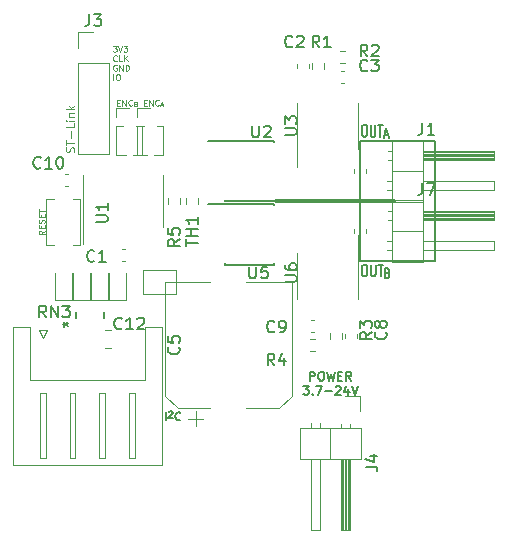
<source format=gbr>
%TF.GenerationSoftware,KiCad,Pcbnew,7.0.8*%
%TF.CreationDate,2024-06-01T15:01:04+09:00*%
%TF.ProjectId,BDCM_Driver_v1,4244434d-5f44-4726-9976-65725f76312e,rev?*%
%TF.SameCoordinates,PXaac6430PY8670810*%
%TF.FileFunction,Legend,Top*%
%TF.FilePolarity,Positive*%
%FSLAX46Y46*%
G04 Gerber Fmt 4.6, Leading zero omitted, Abs format (unit mm)*
G04 Created by KiCad (PCBNEW 7.0.8) date 2024-06-01 15:01:04*
%MOMM*%
%LPD*%
G01*
G04 APERTURE LIST*
%ADD10C,0.300000*%
%ADD11C,0.150000*%
%ADD12C,0.100000*%
%ADD13C,0.125000*%
%ADD14C,0.175000*%
%ADD15C,0.120000*%
%ADD16C,0.152400*%
G04 APERTURE END LIST*
D10*
X-9652000Y18806994D02*
X321695Y18806994D01*
D11*
X-2540000Y23876000D02*
X3810000Y23876000D01*
X3810000Y13716000D01*
X-2540000Y13716000D01*
X-2540000Y23876000D01*
X-6812143Y3593086D02*
X-6812143Y4343086D01*
X-6812143Y4343086D02*
X-6526429Y4343086D01*
X-6526429Y4343086D02*
X-6455000Y4307372D01*
X-6455000Y4307372D02*
X-6419286Y4271658D01*
X-6419286Y4271658D02*
X-6383572Y4200229D01*
X-6383572Y4200229D02*
X-6383572Y4093086D01*
X-6383572Y4093086D02*
X-6419286Y4021658D01*
X-6419286Y4021658D02*
X-6455000Y3985943D01*
X-6455000Y3985943D02*
X-6526429Y3950229D01*
X-6526429Y3950229D02*
X-6812143Y3950229D01*
X-5919286Y4343086D02*
X-5776429Y4343086D01*
X-5776429Y4343086D02*
X-5705000Y4307372D01*
X-5705000Y4307372D02*
X-5633572Y4235943D01*
X-5633572Y4235943D02*
X-5597857Y4093086D01*
X-5597857Y4093086D02*
X-5597857Y3843086D01*
X-5597857Y3843086D02*
X-5633572Y3700229D01*
X-5633572Y3700229D02*
X-5705000Y3628800D01*
X-5705000Y3628800D02*
X-5776429Y3593086D01*
X-5776429Y3593086D02*
X-5919286Y3593086D01*
X-5919286Y3593086D02*
X-5990714Y3628800D01*
X-5990714Y3628800D02*
X-6062143Y3700229D01*
X-6062143Y3700229D02*
X-6097857Y3843086D01*
X-6097857Y3843086D02*
X-6097857Y4093086D01*
X-6097857Y4093086D02*
X-6062143Y4235943D01*
X-6062143Y4235943D02*
X-5990714Y4307372D01*
X-5990714Y4307372D02*
X-5919286Y4343086D01*
X-5347858Y4343086D02*
X-5169286Y3593086D01*
X-5169286Y3593086D02*
X-5026429Y4128800D01*
X-5026429Y4128800D02*
X-4883572Y3593086D01*
X-4883572Y3593086D02*
X-4705000Y4343086D01*
X-4419286Y3985943D02*
X-4169286Y3985943D01*
X-4062143Y3593086D02*
X-4419286Y3593086D01*
X-4419286Y3593086D02*
X-4419286Y4343086D01*
X-4419286Y4343086D02*
X-4062143Y4343086D01*
X-3312144Y3593086D02*
X-3562144Y3950229D01*
X-3740715Y3593086D02*
X-3740715Y4343086D01*
X-3740715Y4343086D02*
X-3455001Y4343086D01*
X-3455001Y4343086D02*
X-3383572Y4307372D01*
X-3383572Y4307372D02*
X-3347858Y4271658D01*
X-3347858Y4271658D02*
X-3312144Y4200229D01*
X-3312144Y4200229D02*
X-3312144Y4093086D01*
X-3312144Y4093086D02*
X-3347858Y4021658D01*
X-3347858Y4021658D02*
X-3383572Y3985943D01*
X-3383572Y3985943D02*
X-3455001Y3950229D01*
X-3455001Y3950229D02*
X-3740715Y3950229D01*
X-7365715Y3135586D02*
X-6901429Y3135586D01*
X-6901429Y3135586D02*
X-7151429Y2849872D01*
X-7151429Y2849872D02*
X-7044286Y2849872D01*
X-7044286Y2849872D02*
X-6972857Y2814158D01*
X-6972857Y2814158D02*
X-6937143Y2778443D01*
X-6937143Y2778443D02*
X-6901429Y2707015D01*
X-6901429Y2707015D02*
X-6901429Y2528443D01*
X-6901429Y2528443D02*
X-6937143Y2457015D01*
X-6937143Y2457015D02*
X-6972857Y2421300D01*
X-6972857Y2421300D02*
X-7044286Y2385586D01*
X-7044286Y2385586D02*
X-7258572Y2385586D01*
X-7258572Y2385586D02*
X-7330000Y2421300D01*
X-7330000Y2421300D02*
X-7365715Y2457015D01*
X-6580000Y2457015D02*
X-6544286Y2421300D01*
X-6544286Y2421300D02*
X-6580000Y2385586D01*
X-6580000Y2385586D02*
X-6615714Y2421300D01*
X-6615714Y2421300D02*
X-6580000Y2457015D01*
X-6580000Y2457015D02*
X-6580000Y2385586D01*
X-6294286Y3135586D02*
X-5794286Y3135586D01*
X-5794286Y3135586D02*
X-6115714Y2385586D01*
X-5508571Y2671300D02*
X-4937142Y2671300D01*
X-4615714Y3064158D02*
X-4580000Y3099872D01*
X-4580000Y3099872D02*
X-4508571Y3135586D01*
X-4508571Y3135586D02*
X-4330000Y3135586D01*
X-4330000Y3135586D02*
X-4258571Y3099872D01*
X-4258571Y3099872D02*
X-4222857Y3064158D01*
X-4222857Y3064158D02*
X-4187143Y2992729D01*
X-4187143Y2992729D02*
X-4187143Y2921300D01*
X-4187143Y2921300D02*
X-4222857Y2814158D01*
X-4222857Y2814158D02*
X-4651429Y2385586D01*
X-4651429Y2385586D02*
X-4187143Y2385586D01*
X-3544285Y2885586D02*
X-3544285Y2385586D01*
X-3722857Y3171300D02*
X-3901428Y2635586D01*
X-3901428Y2635586D02*
X-3437143Y2635586D01*
X-3258571Y3135586D02*
X-3008571Y2385586D01*
X-3008571Y2385586D02*
X-2758571Y3135586D01*
D12*
X-23484783Y31937391D02*
X-23175259Y31937391D01*
X-23175259Y31937391D02*
X-23341926Y31746915D01*
X-23341926Y31746915D02*
X-23270497Y31746915D01*
X-23270497Y31746915D02*
X-23222878Y31723105D01*
X-23222878Y31723105D02*
X-23199069Y31699296D01*
X-23199069Y31699296D02*
X-23175259Y31651677D01*
X-23175259Y31651677D02*
X-23175259Y31532629D01*
X-23175259Y31532629D02*
X-23199069Y31485010D01*
X-23199069Y31485010D02*
X-23222878Y31461200D01*
X-23222878Y31461200D02*
X-23270497Y31437391D01*
X-23270497Y31437391D02*
X-23413354Y31437391D01*
X-23413354Y31437391D02*
X-23460973Y31461200D01*
X-23460973Y31461200D02*
X-23484783Y31485010D01*
X-23032402Y31937391D02*
X-22865736Y31437391D01*
X-22865736Y31437391D02*
X-22699069Y31937391D01*
X-22580022Y31937391D02*
X-22270498Y31937391D01*
X-22270498Y31937391D02*
X-22437165Y31746915D01*
X-22437165Y31746915D02*
X-22365736Y31746915D01*
X-22365736Y31746915D02*
X-22318117Y31723105D01*
X-22318117Y31723105D02*
X-22294308Y31699296D01*
X-22294308Y31699296D02*
X-22270498Y31651677D01*
X-22270498Y31651677D02*
X-22270498Y31532629D01*
X-22270498Y31532629D02*
X-22294308Y31485010D01*
X-22294308Y31485010D02*
X-22318117Y31461200D01*
X-22318117Y31461200D02*
X-22365736Y31437391D01*
X-22365736Y31437391D02*
X-22508593Y31437391D01*
X-22508593Y31437391D02*
X-22556212Y31461200D01*
X-22556212Y31461200D02*
X-22580022Y31485010D01*
X-23151450Y30680010D02*
X-23175259Y30656200D01*
X-23175259Y30656200D02*
X-23246688Y30632391D01*
X-23246688Y30632391D02*
X-23294307Y30632391D01*
X-23294307Y30632391D02*
X-23365735Y30656200D01*
X-23365735Y30656200D02*
X-23413354Y30703820D01*
X-23413354Y30703820D02*
X-23437164Y30751439D01*
X-23437164Y30751439D02*
X-23460973Y30846677D01*
X-23460973Y30846677D02*
X-23460973Y30918105D01*
X-23460973Y30918105D02*
X-23437164Y31013343D01*
X-23437164Y31013343D02*
X-23413354Y31060962D01*
X-23413354Y31060962D02*
X-23365735Y31108581D01*
X-23365735Y31108581D02*
X-23294307Y31132391D01*
X-23294307Y31132391D02*
X-23246688Y31132391D01*
X-23246688Y31132391D02*
X-23175259Y31108581D01*
X-23175259Y31108581D02*
X-23151450Y31084772D01*
X-22699069Y30632391D02*
X-22937164Y30632391D01*
X-22937164Y30632391D02*
X-22937164Y31132391D01*
X-22532402Y30632391D02*
X-22532402Y31132391D01*
X-22246688Y30632391D02*
X-22460973Y30918105D01*
X-22246688Y31132391D02*
X-22532402Y30846677D01*
X-23175259Y30303581D02*
X-23222878Y30327391D01*
X-23222878Y30327391D02*
X-23294307Y30327391D01*
X-23294307Y30327391D02*
X-23365735Y30303581D01*
X-23365735Y30303581D02*
X-23413354Y30255962D01*
X-23413354Y30255962D02*
X-23437164Y30208343D01*
X-23437164Y30208343D02*
X-23460973Y30113105D01*
X-23460973Y30113105D02*
X-23460973Y30041677D01*
X-23460973Y30041677D02*
X-23437164Y29946439D01*
X-23437164Y29946439D02*
X-23413354Y29898820D01*
X-23413354Y29898820D02*
X-23365735Y29851200D01*
X-23365735Y29851200D02*
X-23294307Y29827391D01*
X-23294307Y29827391D02*
X-23246688Y29827391D01*
X-23246688Y29827391D02*
X-23175259Y29851200D01*
X-23175259Y29851200D02*
X-23151450Y29875010D01*
X-23151450Y29875010D02*
X-23151450Y30041677D01*
X-23151450Y30041677D02*
X-23246688Y30041677D01*
X-22937164Y29827391D02*
X-22937164Y30327391D01*
X-22937164Y30327391D02*
X-22651450Y29827391D01*
X-22651450Y29827391D02*
X-22651450Y30327391D01*
X-22413354Y29827391D02*
X-22413354Y30327391D01*
X-22413354Y30327391D02*
X-22294306Y30327391D01*
X-22294306Y30327391D02*
X-22222878Y30303581D01*
X-22222878Y30303581D02*
X-22175259Y30255962D01*
X-22175259Y30255962D02*
X-22151449Y30208343D01*
X-22151449Y30208343D02*
X-22127640Y30113105D01*
X-22127640Y30113105D02*
X-22127640Y30041677D01*
X-22127640Y30041677D02*
X-22151449Y29946439D01*
X-22151449Y29946439D02*
X-22175259Y29898820D01*
X-22175259Y29898820D02*
X-22222878Y29851200D01*
X-22222878Y29851200D02*
X-22294306Y29827391D01*
X-22294306Y29827391D02*
X-22413354Y29827391D01*
X-23437164Y29022391D02*
X-23437164Y29522391D01*
X-23103831Y29522391D02*
X-23008593Y29522391D01*
X-23008593Y29522391D02*
X-22960974Y29498581D01*
X-22960974Y29498581D02*
X-22913355Y29450962D01*
X-22913355Y29450962D02*
X-22889545Y29355724D01*
X-22889545Y29355724D02*
X-22889545Y29189058D01*
X-22889545Y29189058D02*
X-22913355Y29093820D01*
X-22913355Y29093820D02*
X-22960974Y29046200D01*
X-22960974Y29046200D02*
X-23008593Y29022391D01*
X-23008593Y29022391D02*
X-23103831Y29022391D01*
X-23103831Y29022391D02*
X-23151450Y29046200D01*
X-23151450Y29046200D02*
X-23199069Y29093820D01*
X-23199069Y29093820D02*
X-23222878Y29189058D01*
X-23222878Y29189058D02*
X-23222878Y29355724D01*
X-23222878Y29355724D02*
X-23199069Y29450962D01*
X-23199069Y29450962D02*
X-23151450Y29498581D01*
X-23151450Y29498581D02*
X-23103831Y29522391D01*
D13*
X-26795500Y22942001D02*
X-26762167Y23042001D01*
X-26762167Y23042001D02*
X-26762167Y23208667D01*
X-26762167Y23208667D02*
X-26795500Y23275334D01*
X-26795500Y23275334D02*
X-26828834Y23308667D01*
X-26828834Y23308667D02*
X-26895500Y23342001D01*
X-26895500Y23342001D02*
X-26962167Y23342001D01*
X-26962167Y23342001D02*
X-27028834Y23308667D01*
X-27028834Y23308667D02*
X-27062167Y23275334D01*
X-27062167Y23275334D02*
X-27095500Y23208667D01*
X-27095500Y23208667D02*
X-27128834Y23075334D01*
X-27128834Y23075334D02*
X-27162167Y23008667D01*
X-27162167Y23008667D02*
X-27195500Y22975334D01*
X-27195500Y22975334D02*
X-27262167Y22942001D01*
X-27262167Y22942001D02*
X-27328834Y22942001D01*
X-27328834Y22942001D02*
X-27395500Y22975334D01*
X-27395500Y22975334D02*
X-27428834Y23008667D01*
X-27428834Y23008667D02*
X-27462167Y23075334D01*
X-27462167Y23075334D02*
X-27462167Y23242001D01*
X-27462167Y23242001D02*
X-27428834Y23342001D01*
X-27462167Y23542001D02*
X-27462167Y23942001D01*
X-26762167Y23742001D02*
X-27462167Y23742001D01*
X-27028834Y24175334D02*
X-27028834Y24708667D01*
X-26762167Y25375334D02*
X-26762167Y25042001D01*
X-26762167Y25042001D02*
X-27462167Y25042001D01*
X-26762167Y25608668D02*
X-27228834Y25608668D01*
X-27462167Y25608668D02*
X-27428834Y25575335D01*
X-27428834Y25575335D02*
X-27395500Y25608668D01*
X-27395500Y25608668D02*
X-27428834Y25642001D01*
X-27428834Y25642001D02*
X-27462167Y25608668D01*
X-27462167Y25608668D02*
X-27395500Y25608668D01*
X-27228834Y25942001D02*
X-26762167Y25942001D01*
X-27162167Y25942001D02*
X-27195500Y25975334D01*
X-27195500Y25975334D02*
X-27228834Y26042001D01*
X-27228834Y26042001D02*
X-27228834Y26142001D01*
X-27228834Y26142001D02*
X-27195500Y26208668D01*
X-27195500Y26208668D02*
X-27128834Y26242001D01*
X-27128834Y26242001D02*
X-26762167Y26242001D01*
X-26762167Y26575334D02*
X-27462167Y26575334D01*
X-27028834Y26642001D02*
X-26762167Y26842001D01*
X-27228834Y26842001D02*
X-26962167Y26575334D01*
D12*
X-23128048Y27125296D02*
X-22961381Y27125296D01*
X-22889953Y26863391D02*
X-23128048Y26863391D01*
X-23128048Y26863391D02*
X-23128048Y27363391D01*
X-23128048Y27363391D02*
X-22889953Y27363391D01*
X-22675667Y26863391D02*
X-22675667Y27363391D01*
X-22675667Y27363391D02*
X-22389953Y26863391D01*
X-22389953Y26863391D02*
X-22389953Y27363391D01*
X-21866143Y26911010D02*
X-21889952Y26887200D01*
X-21889952Y26887200D02*
X-21961381Y26863391D01*
X-21961381Y26863391D02*
X-22009000Y26863391D01*
X-22009000Y26863391D02*
X-22080428Y26887200D01*
X-22080428Y26887200D02*
X-22128047Y26934820D01*
X-22128047Y26934820D02*
X-22151857Y26982439D01*
X-22151857Y26982439D02*
X-22175666Y27077677D01*
X-22175666Y27077677D02*
X-22175666Y27149105D01*
X-22175666Y27149105D02*
X-22151857Y27244343D01*
X-22151857Y27244343D02*
X-22128047Y27291962D01*
X-22128047Y27291962D02*
X-22080428Y27339581D01*
X-22080428Y27339581D02*
X-22009000Y27363391D01*
X-22009000Y27363391D02*
X-21961381Y27363391D01*
X-21961381Y27363391D02*
X-21889952Y27339581D01*
X-21889952Y27339581D02*
X-21866143Y27315772D01*
X-21542333Y27017677D02*
X-21485190Y26998629D01*
X-21485190Y26998629D02*
X-21466143Y26979581D01*
X-21466143Y26979581D02*
X-21447095Y26941486D01*
X-21447095Y26941486D02*
X-21447095Y26884343D01*
X-21447095Y26884343D02*
X-21466143Y26846248D01*
X-21466143Y26846248D02*
X-21485190Y26827200D01*
X-21485190Y26827200D02*
X-21523285Y26808153D01*
X-21523285Y26808153D02*
X-21675666Y26808153D01*
X-21675666Y26808153D02*
X-21675666Y27208153D01*
X-21675666Y27208153D02*
X-21542333Y27208153D01*
X-21542333Y27208153D02*
X-21504238Y27189105D01*
X-21504238Y27189105D02*
X-21485190Y27170058D01*
X-21485190Y27170058D02*
X-21466143Y27131962D01*
X-21466143Y27131962D02*
X-21466143Y27093867D01*
X-21466143Y27093867D02*
X-21485190Y27055772D01*
X-21485190Y27055772D02*
X-21504238Y27036724D01*
X-21504238Y27036724D02*
X-21542333Y27017677D01*
X-21542333Y27017677D02*
X-21675666Y27017677D01*
X-20870905Y27125296D02*
X-20704238Y27125296D01*
X-20632810Y26863391D02*
X-20870905Y26863391D01*
X-20870905Y26863391D02*
X-20870905Y27363391D01*
X-20870905Y27363391D02*
X-20632810Y27363391D01*
X-20418524Y26863391D02*
X-20418524Y27363391D01*
X-20418524Y27363391D02*
X-20132810Y26863391D01*
X-20132810Y26863391D02*
X-20132810Y27363391D01*
X-19609000Y26911010D02*
X-19632809Y26887200D01*
X-19632809Y26887200D02*
X-19704238Y26863391D01*
X-19704238Y26863391D02*
X-19751857Y26863391D01*
X-19751857Y26863391D02*
X-19823285Y26887200D01*
X-19823285Y26887200D02*
X-19870904Y26934820D01*
X-19870904Y26934820D02*
X-19894714Y26982439D01*
X-19894714Y26982439D02*
X-19918523Y27077677D01*
X-19918523Y27077677D02*
X-19918523Y27149105D01*
X-19918523Y27149105D02*
X-19894714Y27244343D01*
X-19894714Y27244343D02*
X-19870904Y27291962D01*
X-19870904Y27291962D02*
X-19823285Y27339581D01*
X-19823285Y27339581D02*
X-19751857Y27363391D01*
X-19751857Y27363391D02*
X-19704238Y27363391D01*
X-19704238Y27363391D02*
X-19632809Y27339581D01*
X-19632809Y27339581D02*
X-19609000Y27315772D01*
X-19437571Y26922439D02*
X-19247095Y26922439D01*
X-19475666Y26808153D02*
X-19342333Y27208153D01*
X-19342333Y27208153D02*
X-19209000Y26808153D01*
D14*
X-19031667Y221767D02*
X-19031667Y921767D01*
X-18758334Y931100D02*
X-18731667Y957767D01*
X-18731667Y957767D02*
X-18678334Y984434D01*
X-18678334Y984434D02*
X-18545000Y984434D01*
X-18545000Y984434D02*
X-18491667Y957767D01*
X-18491667Y957767D02*
X-18465000Y931100D01*
X-18465000Y931100D02*
X-18438334Y877767D01*
X-18438334Y877767D02*
X-18438334Y824434D01*
X-18438334Y824434D02*
X-18465000Y744434D01*
X-18465000Y744434D02*
X-18785000Y424434D01*
X-18785000Y424434D02*
X-18438334Y424434D01*
X-17765001Y288434D02*
X-17798334Y255100D01*
X-17798334Y255100D02*
X-17898334Y221767D01*
X-17898334Y221767D02*
X-17965001Y221767D01*
X-17965001Y221767D02*
X-18065001Y255100D01*
X-18065001Y255100D02*
X-18131667Y321767D01*
X-18131667Y321767D02*
X-18165001Y388434D01*
X-18165001Y388434D02*
X-18198334Y521767D01*
X-18198334Y521767D02*
X-18198334Y621767D01*
X-18198334Y621767D02*
X-18165001Y755100D01*
X-18165001Y755100D02*
X-18131667Y821767D01*
X-18131667Y821767D02*
X-18065001Y888434D01*
X-18065001Y888434D02*
X-17965001Y921767D01*
X-17965001Y921767D02*
X-17898334Y921767D01*
X-17898334Y921767D02*
X-17798334Y888434D01*
X-17798334Y888434D02*
X-17765001Y855100D01*
D11*
X-2266999Y25260181D02*
X-2133666Y25260181D01*
X-2133666Y25260181D02*
X-2066999Y25212562D01*
X-2066999Y25212562D02*
X-2000333Y25117324D01*
X-2000333Y25117324D02*
X-1966999Y24926848D01*
X-1966999Y24926848D02*
X-1966999Y24593515D01*
X-1966999Y24593515D02*
X-2000333Y24403039D01*
X-2000333Y24403039D02*
X-2066999Y24307800D01*
X-2066999Y24307800D02*
X-2133666Y24260181D01*
X-2133666Y24260181D02*
X-2266999Y24260181D01*
X-2266999Y24260181D02*
X-2333666Y24307800D01*
X-2333666Y24307800D02*
X-2400333Y24403039D01*
X-2400333Y24403039D02*
X-2433666Y24593515D01*
X-2433666Y24593515D02*
X-2433666Y24926848D01*
X-2433666Y24926848D02*
X-2400333Y25117324D01*
X-2400333Y25117324D02*
X-2333666Y25212562D01*
X-2333666Y25212562D02*
X-2266999Y25260181D01*
X-1667000Y25260181D02*
X-1667000Y24450658D01*
X-1667000Y24450658D02*
X-1633666Y24355420D01*
X-1633666Y24355420D02*
X-1600333Y24307800D01*
X-1600333Y24307800D02*
X-1533666Y24260181D01*
X-1533666Y24260181D02*
X-1400333Y24260181D01*
X-1400333Y24260181D02*
X-1333666Y24307800D01*
X-1333666Y24307800D02*
X-1300333Y24355420D01*
X-1300333Y24355420D02*
X-1267000Y24450658D01*
X-1267000Y24450658D02*
X-1267000Y25260181D01*
X-1033667Y25260181D02*
X-633667Y25260181D01*
X-833667Y24260181D02*
X-833667Y25260181D01*
X-460334Y24378277D02*
X-193667Y24378277D01*
X-513667Y24149705D02*
X-327000Y24949705D01*
X-327000Y24949705D02*
X-140334Y24149705D01*
D12*
X-29276391Y16291810D02*
X-29514486Y16125144D01*
X-29276391Y16006096D02*
X-29776391Y16006096D01*
X-29776391Y16006096D02*
X-29776391Y16196572D01*
X-29776391Y16196572D02*
X-29752581Y16244191D01*
X-29752581Y16244191D02*
X-29728772Y16268001D01*
X-29728772Y16268001D02*
X-29681153Y16291810D01*
X-29681153Y16291810D02*
X-29609724Y16291810D01*
X-29609724Y16291810D02*
X-29562105Y16268001D01*
X-29562105Y16268001D02*
X-29538296Y16244191D01*
X-29538296Y16244191D02*
X-29514486Y16196572D01*
X-29514486Y16196572D02*
X-29514486Y16006096D01*
X-29538296Y16506096D02*
X-29538296Y16672763D01*
X-29276391Y16744191D02*
X-29276391Y16506096D01*
X-29276391Y16506096D02*
X-29776391Y16506096D01*
X-29776391Y16506096D02*
X-29776391Y16744191D01*
X-29300200Y16934668D02*
X-29276391Y17006096D01*
X-29276391Y17006096D02*
X-29276391Y17125144D01*
X-29276391Y17125144D02*
X-29300200Y17172763D01*
X-29300200Y17172763D02*
X-29324010Y17196572D01*
X-29324010Y17196572D02*
X-29371629Y17220382D01*
X-29371629Y17220382D02*
X-29419248Y17220382D01*
X-29419248Y17220382D02*
X-29466867Y17196572D01*
X-29466867Y17196572D02*
X-29490677Y17172763D01*
X-29490677Y17172763D02*
X-29514486Y17125144D01*
X-29514486Y17125144D02*
X-29538296Y17029906D01*
X-29538296Y17029906D02*
X-29562105Y16982287D01*
X-29562105Y16982287D02*
X-29585915Y16958477D01*
X-29585915Y16958477D02*
X-29633534Y16934668D01*
X-29633534Y16934668D02*
X-29681153Y16934668D01*
X-29681153Y16934668D02*
X-29728772Y16958477D01*
X-29728772Y16958477D02*
X-29752581Y16982287D01*
X-29752581Y16982287D02*
X-29776391Y17029906D01*
X-29776391Y17029906D02*
X-29776391Y17148953D01*
X-29776391Y17148953D02*
X-29752581Y17220382D01*
X-29538296Y17434667D02*
X-29538296Y17601334D01*
X-29276391Y17672762D02*
X-29276391Y17434667D01*
X-29276391Y17434667D02*
X-29776391Y17434667D01*
X-29776391Y17434667D02*
X-29776391Y17672762D01*
X-29776391Y17815620D02*
X-29776391Y18101334D01*
X-29276391Y17958477D02*
X-29776391Y17958477D01*
D11*
X-2249999Y13422181D02*
X-2116666Y13422181D01*
X-2116666Y13422181D02*
X-2049999Y13374562D01*
X-2049999Y13374562D02*
X-1983333Y13279324D01*
X-1983333Y13279324D02*
X-1949999Y13088848D01*
X-1949999Y13088848D02*
X-1949999Y12755515D01*
X-1949999Y12755515D02*
X-1983333Y12565039D01*
X-1983333Y12565039D02*
X-2049999Y12469800D01*
X-2049999Y12469800D02*
X-2116666Y12422181D01*
X-2116666Y12422181D02*
X-2249999Y12422181D01*
X-2249999Y12422181D02*
X-2316666Y12469800D01*
X-2316666Y12469800D02*
X-2383333Y12565039D01*
X-2383333Y12565039D02*
X-2416666Y12755515D01*
X-2416666Y12755515D02*
X-2416666Y13088848D01*
X-2416666Y13088848D02*
X-2383333Y13279324D01*
X-2383333Y13279324D02*
X-2316666Y13374562D01*
X-2316666Y13374562D02*
X-2249999Y13422181D01*
X-1650000Y13422181D02*
X-1650000Y12612658D01*
X-1650000Y12612658D02*
X-1616666Y12517420D01*
X-1616666Y12517420D02*
X-1583333Y12469800D01*
X-1583333Y12469800D02*
X-1516666Y12422181D01*
X-1516666Y12422181D02*
X-1383333Y12422181D01*
X-1383333Y12422181D02*
X-1316666Y12469800D01*
X-1316666Y12469800D02*
X-1283333Y12517420D01*
X-1283333Y12517420D02*
X-1250000Y12612658D01*
X-1250000Y12612658D02*
X-1250000Y13422181D01*
X-1016667Y13422181D02*
X-616667Y13422181D01*
X-816667Y12422181D02*
X-816667Y13422181D01*
X-230000Y12730753D02*
X-150000Y12692658D01*
X-150000Y12692658D02*
X-123334Y12654562D01*
X-123334Y12654562D02*
X-96667Y12578372D01*
X-96667Y12578372D02*
X-96667Y12464086D01*
X-96667Y12464086D02*
X-123334Y12387896D01*
X-123334Y12387896D02*
X-150000Y12349800D01*
X-150000Y12349800D02*
X-203334Y12311705D01*
X-203334Y12311705D02*
X-416667Y12311705D01*
X-416667Y12311705D02*
X-416667Y13111705D01*
X-416667Y13111705D02*
X-230000Y13111705D01*
X-230000Y13111705D02*
X-176667Y13073610D01*
X-176667Y13073610D02*
X-150000Y13035515D01*
X-150000Y13035515D02*
X-123334Y12959324D01*
X-123334Y12959324D02*
X-123334Y12883134D01*
X-123334Y12883134D02*
X-150000Y12806943D01*
X-150000Y12806943D02*
X-176667Y12768848D01*
X-176667Y12768848D02*
X-230000Y12730753D01*
X-230000Y12730753D02*
X-416667Y12730753D01*
X-11683905Y25183181D02*
X-11683905Y24373658D01*
X-11683905Y24373658D02*
X-11636286Y24278420D01*
X-11636286Y24278420D02*
X-11588667Y24230800D01*
X-11588667Y24230800D02*
X-11493429Y24183181D01*
X-11493429Y24183181D02*
X-11302953Y24183181D01*
X-11302953Y24183181D02*
X-11207715Y24230800D01*
X-11207715Y24230800D02*
X-11160096Y24278420D01*
X-11160096Y24278420D02*
X-11112477Y24373658D01*
X-11112477Y24373658D02*
X-11112477Y25183181D01*
X-10683905Y25087943D02*
X-10636286Y25135562D01*
X-10636286Y25135562D02*
X-10541048Y25183181D01*
X-10541048Y25183181D02*
X-10302953Y25183181D01*
X-10302953Y25183181D02*
X-10207715Y25135562D01*
X-10207715Y25135562D02*
X-10160096Y25087943D01*
X-10160096Y25087943D02*
X-10112477Y24992705D01*
X-10112477Y24992705D02*
X-10112477Y24897467D01*
X-10112477Y24897467D02*
X-10160096Y24754610D01*
X-10160096Y24754610D02*
X-10731524Y24183181D01*
X-10731524Y24183181D02*
X-10112477Y24183181D01*
X-11937905Y13245181D02*
X-11937905Y12435658D01*
X-11937905Y12435658D02*
X-11890286Y12340420D01*
X-11890286Y12340420D02*
X-11842667Y12292800D01*
X-11842667Y12292800D02*
X-11747429Y12245181D01*
X-11747429Y12245181D02*
X-11556953Y12245181D01*
X-11556953Y12245181D02*
X-11461715Y12292800D01*
X-11461715Y12292800D02*
X-11414096Y12340420D01*
X-11414096Y12340420D02*
X-11366477Y12435658D01*
X-11366477Y12435658D02*
X-11366477Y13245181D01*
X-10414096Y13245181D02*
X-10890286Y13245181D01*
X-10890286Y13245181D02*
X-10937905Y12768991D01*
X-10937905Y12768991D02*
X-10890286Y12816610D01*
X-10890286Y12816610D02*
X-10795048Y12864229D01*
X-10795048Y12864229D02*
X-10556953Y12864229D01*
X-10556953Y12864229D02*
X-10461715Y12816610D01*
X-10461715Y12816610D02*
X-10414096Y12768991D01*
X-10414096Y12768991D02*
X-10366477Y12673753D01*
X-10366477Y12673753D02*
X-10366477Y12435658D01*
X-10366477Y12435658D02*
X-10414096Y12340420D01*
X-10414096Y12340420D02*
X-10461715Y12292800D01*
X-10461715Y12292800D02*
X-10556953Y12245181D01*
X-10556953Y12245181D02*
X-10795048Y12245181D01*
X-10795048Y12245181D02*
X-10890286Y12292800D01*
X-10890286Y12292800D02*
X-10937905Y12340420D01*
X-17833181Y15581334D02*
X-18309372Y15248001D01*
X-17833181Y15009906D02*
X-18833181Y15009906D01*
X-18833181Y15009906D02*
X-18833181Y15390858D01*
X-18833181Y15390858D02*
X-18785562Y15486096D01*
X-18785562Y15486096D02*
X-18737943Y15533715D01*
X-18737943Y15533715D02*
X-18642705Y15581334D01*
X-18642705Y15581334D02*
X-18499848Y15581334D01*
X-18499848Y15581334D02*
X-18404610Y15533715D01*
X-18404610Y15533715D02*
X-18356991Y15486096D01*
X-18356991Y15486096D02*
X-18309372Y15390858D01*
X-18309372Y15390858D02*
X-18309372Y15009906D01*
X-18833181Y16486096D02*
X-18833181Y16009906D01*
X-18833181Y16009906D02*
X-18356991Y15962287D01*
X-18356991Y15962287D02*
X-18404610Y16009906D01*
X-18404610Y16009906D02*
X-18452229Y16105144D01*
X-18452229Y16105144D02*
X-18452229Y16343239D01*
X-18452229Y16343239D02*
X-18404610Y16438477D01*
X-18404610Y16438477D02*
X-18356991Y16486096D01*
X-18356991Y16486096D02*
X-18261753Y16533715D01*
X-18261753Y16533715D02*
X-18023658Y16533715D01*
X-18023658Y16533715D02*
X-17928420Y16486096D01*
X-17928420Y16486096D02*
X-17880800Y16438477D01*
X-17880800Y16438477D02*
X-17833181Y16343239D01*
X-17833181Y16343239D02*
X-17833181Y16105144D01*
X-17833181Y16105144D02*
X-17880800Y16009906D01*
X-17880800Y16009906D02*
X-17928420Y15962287D01*
X-9818667Y4879181D02*
X-10152000Y5355372D01*
X-10390095Y4879181D02*
X-10390095Y5879181D01*
X-10390095Y5879181D02*
X-10009143Y5879181D01*
X-10009143Y5879181D02*
X-9913905Y5831562D01*
X-9913905Y5831562D02*
X-9866286Y5783943D01*
X-9866286Y5783943D02*
X-9818667Y5688705D01*
X-9818667Y5688705D02*
X-9818667Y5545848D01*
X-9818667Y5545848D02*
X-9866286Y5450610D01*
X-9866286Y5450610D02*
X-9913905Y5402991D01*
X-9913905Y5402991D02*
X-10009143Y5355372D01*
X-10009143Y5355372D02*
X-10390095Y5355372D01*
X-8961524Y5545848D02*
X-8961524Y4879181D01*
X-9199619Y5926800D02*
X-9437714Y5212515D01*
X-9437714Y5212515D02*
X-8818667Y5212515D01*
X-17309181Y14970287D02*
X-17309181Y15541715D01*
X-16309181Y15256001D02*
X-17309181Y15256001D01*
X-16309181Y15875049D02*
X-17309181Y15875049D01*
X-16832991Y15875049D02*
X-16832991Y16446477D01*
X-16309181Y16446477D02*
X-17309181Y16446477D01*
X-16309181Y17446477D02*
X-16309181Y16875049D01*
X-16309181Y17160763D02*
X-17309181Y17160763D01*
X-17309181Y17160763D02*
X-17166324Y17065525D01*
X-17166324Y17065525D02*
X-17071086Y16970287D01*
X-17071086Y16970287D02*
X-17023467Y16875049D01*
X-24929181Y17018096D02*
X-24119658Y17018096D01*
X-24119658Y17018096D02*
X-24024420Y17065715D01*
X-24024420Y17065715D02*
X-23976800Y17113334D01*
X-23976800Y17113334D02*
X-23929181Y17208572D01*
X-23929181Y17208572D02*
X-23929181Y17399048D01*
X-23929181Y17399048D02*
X-23976800Y17494286D01*
X-23976800Y17494286D02*
X-24024420Y17541905D01*
X-24024420Y17541905D02*
X-24119658Y17589524D01*
X-24119658Y17589524D02*
X-24929181Y17589524D01*
X-23929181Y18589524D02*
X-23929181Y18018096D01*
X-23929181Y18303810D02*
X-24929181Y18303810D01*
X-24929181Y18303810D02*
X-24786324Y18208572D01*
X-24786324Y18208572D02*
X-24691086Y18113334D01*
X-24691086Y18113334D02*
X-24643467Y18018096D01*
X-2085181Y-3702333D02*
X-1370896Y-3702333D01*
X-1370896Y-3702333D02*
X-1228039Y-3749952D01*
X-1228039Y-3749952D02*
X-1132800Y-3845190D01*
X-1132800Y-3845190D02*
X-1085181Y-3988047D01*
X-1085181Y-3988047D02*
X-1085181Y-4083285D01*
X-1751848Y-2797571D02*
X-1085181Y-2797571D01*
X-2132800Y-3035666D02*
X-1418515Y-3273761D01*
X-1418515Y-3273761D02*
X-1418515Y-2654714D01*
X-22740858Y8022420D02*
X-22788477Y7974800D01*
X-22788477Y7974800D02*
X-22931334Y7927181D01*
X-22931334Y7927181D02*
X-23026572Y7927181D01*
X-23026572Y7927181D02*
X-23169429Y7974800D01*
X-23169429Y7974800D02*
X-23264667Y8070039D01*
X-23264667Y8070039D02*
X-23312286Y8165277D01*
X-23312286Y8165277D02*
X-23359905Y8355753D01*
X-23359905Y8355753D02*
X-23359905Y8498610D01*
X-23359905Y8498610D02*
X-23312286Y8689086D01*
X-23312286Y8689086D02*
X-23264667Y8784324D01*
X-23264667Y8784324D02*
X-23169429Y8879562D01*
X-23169429Y8879562D02*
X-23026572Y8927181D01*
X-23026572Y8927181D02*
X-22931334Y8927181D01*
X-22931334Y8927181D02*
X-22788477Y8879562D01*
X-22788477Y8879562D02*
X-22740858Y8831943D01*
X-21788477Y7927181D02*
X-22359905Y7927181D01*
X-22074191Y7927181D02*
X-22074191Y8927181D01*
X-22074191Y8927181D02*
X-22169429Y8784324D01*
X-22169429Y8784324D02*
X-22264667Y8689086D01*
X-22264667Y8689086D02*
X-22359905Y8641467D01*
X-21407524Y8831943D02*
X-21359905Y8879562D01*
X-21359905Y8879562D02*
X-21264667Y8927181D01*
X-21264667Y8927181D02*
X-21026572Y8927181D01*
X-21026572Y8927181D02*
X-20931334Y8879562D01*
X-20931334Y8879562D02*
X-20883715Y8831943D01*
X-20883715Y8831943D02*
X-20836096Y8736705D01*
X-20836096Y8736705D02*
X-20836096Y8641467D01*
X-20836096Y8641467D02*
X-20883715Y8498610D01*
X-20883715Y8498610D02*
X-21455143Y7927181D01*
X-21455143Y7927181D02*
X-20836096Y7927181D01*
X-8927181Y11938096D02*
X-8117658Y11938096D01*
X-8117658Y11938096D02*
X-8022420Y11985715D01*
X-8022420Y11985715D02*
X-7974800Y12033334D01*
X-7974800Y12033334D02*
X-7927181Y12128572D01*
X-7927181Y12128572D02*
X-7927181Y12319048D01*
X-7927181Y12319048D02*
X-7974800Y12414286D01*
X-7974800Y12414286D02*
X-8022420Y12461905D01*
X-8022420Y12461905D02*
X-8117658Y12509524D01*
X-8117658Y12509524D02*
X-8927181Y12509524D01*
X-8927181Y13414286D02*
X-8927181Y13223810D01*
X-8927181Y13223810D02*
X-8879562Y13128572D01*
X-8879562Y13128572D02*
X-8831943Y13080953D01*
X-8831943Y13080953D02*
X-8689086Y12985715D01*
X-8689086Y12985715D02*
X-8498610Y12938096D01*
X-8498610Y12938096D02*
X-8117658Y12938096D01*
X-8117658Y12938096D02*
X-8022420Y12985715D01*
X-8022420Y12985715D02*
X-7974800Y13033334D01*
X-7974800Y13033334D02*
X-7927181Y13128572D01*
X-7927181Y13128572D02*
X-7927181Y13319048D01*
X-7927181Y13319048D02*
X-7974800Y13414286D01*
X-7974800Y13414286D02*
X-8022420Y13461905D01*
X-8022420Y13461905D02*
X-8117658Y13509524D01*
X-8117658Y13509524D02*
X-8355753Y13509524D01*
X-8355753Y13509524D02*
X-8450991Y13461905D01*
X-8450991Y13461905D02*
X-8498610Y13414286D01*
X-8498610Y13414286D02*
X-8546229Y13319048D01*
X-8546229Y13319048D02*
X-8546229Y13128572D01*
X-8546229Y13128572D02*
X-8498610Y13033334D01*
X-8498610Y13033334D02*
X-8450991Y12985715D01*
X-8450991Y12985715D02*
X-8355753Y12938096D01*
X-8927181Y24384096D02*
X-8117658Y24384096D01*
X-8117658Y24384096D02*
X-8022420Y24431715D01*
X-8022420Y24431715D02*
X-7974800Y24479334D01*
X-7974800Y24479334D02*
X-7927181Y24574572D01*
X-7927181Y24574572D02*
X-7927181Y24765048D01*
X-7927181Y24765048D02*
X-7974800Y24860286D01*
X-7974800Y24860286D02*
X-8022420Y24907905D01*
X-8022420Y24907905D02*
X-8117658Y24955524D01*
X-8117658Y24955524D02*
X-8927181Y24955524D01*
X-8927181Y25336477D02*
X-8927181Y25955524D01*
X-8927181Y25955524D02*
X-8546229Y25622191D01*
X-8546229Y25622191D02*
X-8546229Y25765048D01*
X-8546229Y25765048D02*
X-8498610Y25860286D01*
X-8498610Y25860286D02*
X-8450991Y25907905D01*
X-8450991Y25907905D02*
X-8355753Y25955524D01*
X-8355753Y25955524D02*
X-8117658Y25955524D01*
X-8117658Y25955524D02*
X-8022420Y25907905D01*
X-8022420Y25907905D02*
X-7974800Y25860286D01*
X-7974800Y25860286D02*
X-7927181Y25765048D01*
X-7927181Y25765048D02*
X-7927181Y25479334D01*
X-7927181Y25479334D02*
X-7974800Y25384096D01*
X-7974800Y25384096D02*
X-8022420Y25336477D01*
X-17928420Y6437334D02*
X-17880800Y6389715D01*
X-17880800Y6389715D02*
X-17833181Y6246858D01*
X-17833181Y6246858D02*
X-17833181Y6151620D01*
X-17833181Y6151620D02*
X-17880800Y6008763D01*
X-17880800Y6008763D02*
X-17976039Y5913525D01*
X-17976039Y5913525D02*
X-18071277Y5865906D01*
X-18071277Y5865906D02*
X-18261753Y5818287D01*
X-18261753Y5818287D02*
X-18404610Y5818287D01*
X-18404610Y5818287D02*
X-18595086Y5865906D01*
X-18595086Y5865906D02*
X-18690324Y5913525D01*
X-18690324Y5913525D02*
X-18785562Y6008763D01*
X-18785562Y6008763D02*
X-18833181Y6151620D01*
X-18833181Y6151620D02*
X-18833181Y6246858D01*
X-18833181Y6246858D02*
X-18785562Y6389715D01*
X-18785562Y6389715D02*
X-18737943Y6437334D01*
X-18833181Y7342096D02*
X-18833181Y6865906D01*
X-18833181Y6865906D02*
X-18356991Y6818287D01*
X-18356991Y6818287D02*
X-18404610Y6865906D01*
X-18404610Y6865906D02*
X-18452229Y6961144D01*
X-18452229Y6961144D02*
X-18452229Y7199239D01*
X-18452229Y7199239D02*
X-18404610Y7294477D01*
X-18404610Y7294477D02*
X-18356991Y7342096D01*
X-18356991Y7342096D02*
X-18261753Y7389715D01*
X-18261753Y7389715D02*
X-18023658Y7389715D01*
X-18023658Y7389715D02*
X-17928420Y7342096D01*
X-17928420Y7342096D02*
X-17880800Y7294477D01*
X-17880800Y7294477D02*
X-17833181Y7199239D01*
X-17833181Y7199239D02*
X-17833181Y6961144D01*
X-17833181Y6961144D02*
X-17880800Y6865906D01*
X-17880800Y6865906D02*
X-17928420Y6818287D01*
X-8294667Y31898420D02*
X-8342286Y31850800D01*
X-8342286Y31850800D02*
X-8485143Y31803181D01*
X-8485143Y31803181D02*
X-8580381Y31803181D01*
X-8580381Y31803181D02*
X-8723238Y31850800D01*
X-8723238Y31850800D02*
X-8818476Y31946039D01*
X-8818476Y31946039D02*
X-8866095Y32041277D01*
X-8866095Y32041277D02*
X-8913714Y32231753D01*
X-8913714Y32231753D02*
X-8913714Y32374610D01*
X-8913714Y32374610D02*
X-8866095Y32565086D01*
X-8866095Y32565086D02*
X-8818476Y32660324D01*
X-8818476Y32660324D02*
X-8723238Y32755562D01*
X-8723238Y32755562D02*
X-8580381Y32803181D01*
X-8580381Y32803181D02*
X-8485143Y32803181D01*
X-8485143Y32803181D02*
X-8342286Y32755562D01*
X-8342286Y32755562D02*
X-8294667Y32707943D01*
X-7913714Y32707943D02*
X-7866095Y32755562D01*
X-7866095Y32755562D02*
X-7770857Y32803181D01*
X-7770857Y32803181D02*
X-7532762Y32803181D01*
X-7532762Y32803181D02*
X-7437524Y32755562D01*
X-7437524Y32755562D02*
X-7389905Y32707943D01*
X-7389905Y32707943D02*
X-7342286Y32612705D01*
X-7342286Y32612705D02*
X-7342286Y32517467D01*
X-7342286Y32517467D02*
X-7389905Y32374610D01*
X-7389905Y32374610D02*
X-7961333Y31803181D01*
X-7961333Y31803181D02*
X-7342286Y31803181D01*
X2724666Y25426181D02*
X2724666Y24711896D01*
X2724666Y24711896D02*
X2677047Y24569039D01*
X2677047Y24569039D02*
X2581809Y24473800D01*
X2581809Y24473800D02*
X2438952Y24426181D01*
X2438952Y24426181D02*
X2343714Y24426181D01*
X3724666Y24426181D02*
X3153238Y24426181D01*
X3438952Y24426181D02*
X3438952Y25426181D01*
X3438952Y25426181D02*
X3343714Y25283324D01*
X3343714Y25283324D02*
X3248476Y25188086D01*
X3248476Y25188086D02*
X3153238Y25140467D01*
X2724666Y20346181D02*
X2724666Y19631896D01*
X2724666Y19631896D02*
X2677047Y19489039D01*
X2677047Y19489039D02*
X2581809Y19393800D01*
X2581809Y19393800D02*
X2438952Y19346181D01*
X2438952Y19346181D02*
X2343714Y19346181D01*
X3105619Y20346181D02*
X3772285Y20346181D01*
X3772285Y20346181D02*
X3343714Y19346181D01*
X-29598858Y21644420D02*
X-29646477Y21596800D01*
X-29646477Y21596800D02*
X-29789334Y21549181D01*
X-29789334Y21549181D02*
X-29884572Y21549181D01*
X-29884572Y21549181D02*
X-30027429Y21596800D01*
X-30027429Y21596800D02*
X-30122667Y21692039D01*
X-30122667Y21692039D02*
X-30170286Y21787277D01*
X-30170286Y21787277D02*
X-30217905Y21977753D01*
X-30217905Y21977753D02*
X-30217905Y22120610D01*
X-30217905Y22120610D02*
X-30170286Y22311086D01*
X-30170286Y22311086D02*
X-30122667Y22406324D01*
X-30122667Y22406324D02*
X-30027429Y22501562D01*
X-30027429Y22501562D02*
X-29884572Y22549181D01*
X-29884572Y22549181D02*
X-29789334Y22549181D01*
X-29789334Y22549181D02*
X-29646477Y22501562D01*
X-29646477Y22501562D02*
X-29598858Y22453943D01*
X-28646477Y21549181D02*
X-29217905Y21549181D01*
X-28932191Y21549181D02*
X-28932191Y22549181D01*
X-28932191Y22549181D02*
X-29027429Y22406324D01*
X-29027429Y22406324D02*
X-29122667Y22311086D01*
X-29122667Y22311086D02*
X-29217905Y22263467D01*
X-28027429Y22549181D02*
X-27932191Y22549181D01*
X-27932191Y22549181D02*
X-27836953Y22501562D01*
X-27836953Y22501562D02*
X-27789334Y22453943D01*
X-27789334Y22453943D02*
X-27741715Y22358705D01*
X-27741715Y22358705D02*
X-27694096Y22168229D01*
X-27694096Y22168229D02*
X-27694096Y21930134D01*
X-27694096Y21930134D02*
X-27741715Y21739658D01*
X-27741715Y21739658D02*
X-27789334Y21644420D01*
X-27789334Y21644420D02*
X-27836953Y21596800D01*
X-27836953Y21596800D02*
X-27932191Y21549181D01*
X-27932191Y21549181D02*
X-28027429Y21549181D01*
X-28027429Y21549181D02*
X-28122667Y21596800D01*
X-28122667Y21596800D02*
X-28170286Y21644420D01*
X-28170286Y21644420D02*
X-28217905Y21739658D01*
X-28217905Y21739658D02*
X-28265524Y21930134D01*
X-28265524Y21930134D02*
X-28265524Y22168229D01*
X-28265524Y22168229D02*
X-28217905Y22358705D01*
X-28217905Y22358705D02*
X-28170286Y22453943D01*
X-28170286Y22453943D02*
X-28122667Y22501562D01*
X-28122667Y22501562D02*
X-28027429Y22549181D01*
X-1944667Y29866420D02*
X-1992286Y29818800D01*
X-1992286Y29818800D02*
X-2135143Y29771181D01*
X-2135143Y29771181D02*
X-2230381Y29771181D01*
X-2230381Y29771181D02*
X-2373238Y29818800D01*
X-2373238Y29818800D02*
X-2468476Y29914039D01*
X-2468476Y29914039D02*
X-2516095Y30009277D01*
X-2516095Y30009277D02*
X-2563714Y30199753D01*
X-2563714Y30199753D02*
X-2563714Y30342610D01*
X-2563714Y30342610D02*
X-2516095Y30533086D01*
X-2516095Y30533086D02*
X-2468476Y30628324D01*
X-2468476Y30628324D02*
X-2373238Y30723562D01*
X-2373238Y30723562D02*
X-2230381Y30771181D01*
X-2230381Y30771181D02*
X-2135143Y30771181D01*
X-2135143Y30771181D02*
X-1992286Y30723562D01*
X-1992286Y30723562D02*
X-1944667Y30675943D01*
X-1611333Y30771181D02*
X-992286Y30771181D01*
X-992286Y30771181D02*
X-1325619Y30390229D01*
X-1325619Y30390229D02*
X-1182762Y30390229D01*
X-1182762Y30390229D02*
X-1087524Y30342610D01*
X-1087524Y30342610D02*
X-1039905Y30294991D01*
X-1039905Y30294991D02*
X-992286Y30199753D01*
X-992286Y30199753D02*
X-992286Y29961658D01*
X-992286Y29961658D02*
X-1039905Y29866420D01*
X-1039905Y29866420D02*
X-1087524Y29818800D01*
X-1087524Y29818800D02*
X-1182762Y29771181D01*
X-1182762Y29771181D02*
X-1468476Y29771181D01*
X-1468476Y29771181D02*
X-1563714Y29818800D01*
X-1563714Y29818800D02*
X-1611333Y29866420D01*
X-25058667Y13737420D02*
X-25106286Y13689800D01*
X-25106286Y13689800D02*
X-25249143Y13642181D01*
X-25249143Y13642181D02*
X-25344381Y13642181D01*
X-25344381Y13642181D02*
X-25487238Y13689800D01*
X-25487238Y13689800D02*
X-25582476Y13785039D01*
X-25582476Y13785039D02*
X-25630095Y13880277D01*
X-25630095Y13880277D02*
X-25677714Y14070753D01*
X-25677714Y14070753D02*
X-25677714Y14213610D01*
X-25677714Y14213610D02*
X-25630095Y14404086D01*
X-25630095Y14404086D02*
X-25582476Y14499324D01*
X-25582476Y14499324D02*
X-25487238Y14594562D01*
X-25487238Y14594562D02*
X-25344381Y14642181D01*
X-25344381Y14642181D02*
X-25249143Y14642181D01*
X-25249143Y14642181D02*
X-25106286Y14594562D01*
X-25106286Y14594562D02*
X-25058667Y14546943D01*
X-24106286Y13642181D02*
X-24677714Y13642181D01*
X-24392000Y13642181D02*
X-24392000Y14642181D01*
X-24392000Y14642181D02*
X-24487238Y14499324D01*
X-24487238Y14499324D02*
X-24582476Y14404086D01*
X-24582476Y14404086D02*
X-24677714Y14356467D01*
X-402420Y7707334D02*
X-354800Y7659715D01*
X-354800Y7659715D02*
X-307181Y7516858D01*
X-307181Y7516858D02*
X-307181Y7421620D01*
X-307181Y7421620D02*
X-354800Y7278763D01*
X-354800Y7278763D02*
X-450039Y7183525D01*
X-450039Y7183525D02*
X-545277Y7135906D01*
X-545277Y7135906D02*
X-735753Y7088287D01*
X-735753Y7088287D02*
X-878610Y7088287D01*
X-878610Y7088287D02*
X-1069086Y7135906D01*
X-1069086Y7135906D02*
X-1164324Y7183525D01*
X-1164324Y7183525D02*
X-1259562Y7278763D01*
X-1259562Y7278763D02*
X-1307181Y7421620D01*
X-1307181Y7421620D02*
X-1307181Y7516858D01*
X-1307181Y7516858D02*
X-1259562Y7659715D01*
X-1259562Y7659715D02*
X-1211943Y7707334D01*
X-878610Y8278763D02*
X-926229Y8183525D01*
X-926229Y8183525D02*
X-973848Y8135906D01*
X-973848Y8135906D02*
X-1069086Y8088287D01*
X-1069086Y8088287D02*
X-1116705Y8088287D01*
X-1116705Y8088287D02*
X-1211943Y8135906D01*
X-1211943Y8135906D02*
X-1259562Y8183525D01*
X-1259562Y8183525D02*
X-1307181Y8278763D01*
X-1307181Y8278763D02*
X-1307181Y8469239D01*
X-1307181Y8469239D02*
X-1259562Y8564477D01*
X-1259562Y8564477D02*
X-1211943Y8612096D01*
X-1211943Y8612096D02*
X-1116705Y8659715D01*
X-1116705Y8659715D02*
X-1069086Y8659715D01*
X-1069086Y8659715D02*
X-973848Y8612096D01*
X-973848Y8612096D02*
X-926229Y8564477D01*
X-926229Y8564477D02*
X-878610Y8469239D01*
X-878610Y8469239D02*
X-878610Y8278763D01*
X-878610Y8278763D02*
X-830991Y8183525D01*
X-830991Y8183525D02*
X-783372Y8135906D01*
X-783372Y8135906D02*
X-688134Y8088287D01*
X-688134Y8088287D02*
X-497658Y8088287D01*
X-497658Y8088287D02*
X-402420Y8135906D01*
X-402420Y8135906D02*
X-354800Y8183525D01*
X-354800Y8183525D02*
X-307181Y8278763D01*
X-307181Y8278763D02*
X-307181Y8469239D01*
X-307181Y8469239D02*
X-354800Y8564477D01*
X-354800Y8564477D02*
X-402420Y8612096D01*
X-402420Y8612096D02*
X-497658Y8659715D01*
X-497658Y8659715D02*
X-688134Y8659715D01*
X-688134Y8659715D02*
X-783372Y8612096D01*
X-783372Y8612096D02*
X-830991Y8564477D01*
X-830991Y8564477D02*
X-878610Y8469239D01*
X-29138477Y8943181D02*
X-29471810Y9419372D01*
X-29709905Y8943181D02*
X-29709905Y9943181D01*
X-29709905Y9943181D02*
X-29328953Y9943181D01*
X-29328953Y9943181D02*
X-29233715Y9895562D01*
X-29233715Y9895562D02*
X-29186096Y9847943D01*
X-29186096Y9847943D02*
X-29138477Y9752705D01*
X-29138477Y9752705D02*
X-29138477Y9609848D01*
X-29138477Y9609848D02*
X-29186096Y9514610D01*
X-29186096Y9514610D02*
X-29233715Y9466991D01*
X-29233715Y9466991D02*
X-29328953Y9419372D01*
X-29328953Y9419372D02*
X-29709905Y9419372D01*
X-28709905Y8943181D02*
X-28709905Y9943181D01*
X-28709905Y9943181D02*
X-28138477Y8943181D01*
X-28138477Y8943181D02*
X-28138477Y9943181D01*
X-27757524Y9943181D02*
X-27138477Y9943181D01*
X-27138477Y9943181D02*
X-27471810Y9562229D01*
X-27471810Y9562229D02*
X-27328953Y9562229D01*
X-27328953Y9562229D02*
X-27233715Y9514610D01*
X-27233715Y9514610D02*
X-27186096Y9466991D01*
X-27186096Y9466991D02*
X-27138477Y9371753D01*
X-27138477Y9371753D02*
X-27138477Y9133658D01*
X-27138477Y9133658D02*
X-27186096Y9038420D01*
X-27186096Y9038420D02*
X-27233715Y8990800D01*
X-27233715Y8990800D02*
X-27328953Y8943181D01*
X-27328953Y8943181D02*
X-27614667Y8943181D01*
X-27614667Y8943181D02*
X-27709905Y8990800D01*
X-27709905Y8990800D02*
X-27757524Y9038420D01*
X-27748581Y8356601D02*
X-27510486Y8356601D01*
X-27605724Y8118506D02*
X-27510486Y8356601D01*
X-27510486Y8356601D02*
X-27605724Y8594696D01*
X-27320010Y8213744D02*
X-27510486Y8356601D01*
X-27510486Y8356601D02*
X-27320010Y8499458D01*
X-27748581Y8356601D02*
X-27510486Y8356601D01*
X-27605724Y8118506D02*
X-27510486Y8356601D01*
X-27510486Y8356601D02*
X-27605724Y8594696D01*
X-27320010Y8213744D02*
X-27510486Y8356601D01*
X-27510486Y8356601D02*
X-27320010Y8499458D01*
X-1577181Y7707334D02*
X-2053372Y7374001D01*
X-1577181Y7135906D02*
X-2577181Y7135906D01*
X-2577181Y7135906D02*
X-2577181Y7516858D01*
X-2577181Y7516858D02*
X-2529562Y7612096D01*
X-2529562Y7612096D02*
X-2481943Y7659715D01*
X-2481943Y7659715D02*
X-2386705Y7707334D01*
X-2386705Y7707334D02*
X-2243848Y7707334D01*
X-2243848Y7707334D02*
X-2148610Y7659715D01*
X-2148610Y7659715D02*
X-2100991Y7612096D01*
X-2100991Y7612096D02*
X-2053372Y7516858D01*
X-2053372Y7516858D02*
X-2053372Y7135906D01*
X-2577181Y8040668D02*
X-2577181Y8659715D01*
X-2577181Y8659715D02*
X-2196229Y8326382D01*
X-2196229Y8326382D02*
X-2196229Y8469239D01*
X-2196229Y8469239D02*
X-2148610Y8564477D01*
X-2148610Y8564477D02*
X-2100991Y8612096D01*
X-2100991Y8612096D02*
X-2005753Y8659715D01*
X-2005753Y8659715D02*
X-1767658Y8659715D01*
X-1767658Y8659715D02*
X-1672420Y8612096D01*
X-1672420Y8612096D02*
X-1624800Y8564477D01*
X-1624800Y8564477D02*
X-1577181Y8469239D01*
X-1577181Y8469239D02*
X-1577181Y8183525D01*
X-1577181Y8183525D02*
X-1624800Y8088287D01*
X-1624800Y8088287D02*
X-1672420Y8040668D01*
X-1944667Y31041181D02*
X-2278000Y31517372D01*
X-2516095Y31041181D02*
X-2516095Y32041181D01*
X-2516095Y32041181D02*
X-2135143Y32041181D01*
X-2135143Y32041181D02*
X-2039905Y31993562D01*
X-2039905Y31993562D02*
X-1992286Y31945943D01*
X-1992286Y31945943D02*
X-1944667Y31850705D01*
X-1944667Y31850705D02*
X-1944667Y31707848D01*
X-1944667Y31707848D02*
X-1992286Y31612610D01*
X-1992286Y31612610D02*
X-2039905Y31564991D01*
X-2039905Y31564991D02*
X-2135143Y31517372D01*
X-2135143Y31517372D02*
X-2516095Y31517372D01*
X-1563714Y31945943D02*
X-1516095Y31993562D01*
X-1516095Y31993562D02*
X-1420857Y32041181D01*
X-1420857Y32041181D02*
X-1182762Y32041181D01*
X-1182762Y32041181D02*
X-1087524Y31993562D01*
X-1087524Y31993562D02*
X-1039905Y31945943D01*
X-1039905Y31945943D02*
X-992286Y31850705D01*
X-992286Y31850705D02*
X-992286Y31755467D01*
X-992286Y31755467D02*
X-1039905Y31612610D01*
X-1039905Y31612610D02*
X-1611333Y31041181D01*
X-1611333Y31041181D02*
X-992286Y31041181D01*
X-6008667Y31803181D02*
X-6342000Y32279372D01*
X-6580095Y31803181D02*
X-6580095Y32803181D01*
X-6580095Y32803181D02*
X-6199143Y32803181D01*
X-6199143Y32803181D02*
X-6103905Y32755562D01*
X-6103905Y32755562D02*
X-6056286Y32707943D01*
X-6056286Y32707943D02*
X-6008667Y32612705D01*
X-6008667Y32612705D02*
X-6008667Y32469848D01*
X-6008667Y32469848D02*
X-6056286Y32374610D01*
X-6056286Y32374610D02*
X-6103905Y32326991D01*
X-6103905Y32326991D02*
X-6199143Y32279372D01*
X-6199143Y32279372D02*
X-6580095Y32279372D01*
X-5056286Y31803181D02*
X-5627714Y31803181D01*
X-5342000Y31803181D02*
X-5342000Y32803181D01*
X-5342000Y32803181D02*
X-5437238Y32660324D01*
X-5437238Y32660324D02*
X-5532476Y32565086D01*
X-5532476Y32565086D02*
X-5627714Y32517467D01*
X-25479334Y34625181D02*
X-25479334Y33910896D01*
X-25479334Y33910896D02*
X-25526953Y33768039D01*
X-25526953Y33768039D02*
X-25622191Y33672800D01*
X-25622191Y33672800D02*
X-25765048Y33625181D01*
X-25765048Y33625181D02*
X-25860286Y33625181D01*
X-25098381Y34625181D02*
X-24479334Y34625181D01*
X-24479334Y34625181D02*
X-24812667Y34244229D01*
X-24812667Y34244229D02*
X-24669810Y34244229D01*
X-24669810Y34244229D02*
X-24574572Y34196610D01*
X-24574572Y34196610D02*
X-24526953Y34148991D01*
X-24526953Y34148991D02*
X-24479334Y34053753D01*
X-24479334Y34053753D02*
X-24479334Y33815658D01*
X-24479334Y33815658D02*
X-24526953Y33720420D01*
X-24526953Y33720420D02*
X-24574572Y33672800D01*
X-24574572Y33672800D02*
X-24669810Y33625181D01*
X-24669810Y33625181D02*
X-24955524Y33625181D01*
X-24955524Y33625181D02*
X-25050762Y33672800D01*
X-25050762Y33672800D02*
X-25098381Y33720420D01*
X-9818667Y7768420D02*
X-9866286Y7720800D01*
X-9866286Y7720800D02*
X-10009143Y7673181D01*
X-10009143Y7673181D02*
X-10104381Y7673181D01*
X-10104381Y7673181D02*
X-10247238Y7720800D01*
X-10247238Y7720800D02*
X-10342476Y7816039D01*
X-10342476Y7816039D02*
X-10390095Y7911277D01*
X-10390095Y7911277D02*
X-10437714Y8101753D01*
X-10437714Y8101753D02*
X-10437714Y8244610D01*
X-10437714Y8244610D02*
X-10390095Y8435086D01*
X-10390095Y8435086D02*
X-10342476Y8530324D01*
X-10342476Y8530324D02*
X-10247238Y8625562D01*
X-10247238Y8625562D02*
X-10104381Y8673181D01*
X-10104381Y8673181D02*
X-10009143Y8673181D01*
X-10009143Y8673181D02*
X-9866286Y8625562D01*
X-9866286Y8625562D02*
X-9818667Y8577943D01*
X-9342476Y7673181D02*
X-9152000Y7673181D01*
X-9152000Y7673181D02*
X-9056762Y7720800D01*
X-9056762Y7720800D02*
X-9009143Y7768420D01*
X-9009143Y7768420D02*
X-8913905Y7911277D01*
X-8913905Y7911277D02*
X-8866286Y8101753D01*
X-8866286Y8101753D02*
X-8866286Y8482705D01*
X-8866286Y8482705D02*
X-8913905Y8577943D01*
X-8913905Y8577943D02*
X-8961524Y8625562D01*
X-8961524Y8625562D02*
X-9056762Y8673181D01*
X-9056762Y8673181D02*
X-9247238Y8673181D01*
X-9247238Y8673181D02*
X-9342476Y8625562D01*
X-9342476Y8625562D02*
X-9390095Y8577943D01*
X-9390095Y8577943D02*
X-9437714Y8482705D01*
X-9437714Y8482705D02*
X-9437714Y8244610D01*
X-9437714Y8244610D02*
X-9390095Y8149372D01*
X-9390095Y8149372D02*
X-9342476Y8101753D01*
X-9342476Y8101753D02*
X-9247238Y8054134D01*
X-9247238Y8054134D02*
X-9056762Y8054134D01*
X-9056762Y8054134D02*
X-8961524Y8101753D01*
X-8961524Y8101753D02*
X-8913905Y8149372D01*
X-8913905Y8149372D02*
X-8866286Y8244610D01*
%TO.C,U2*%
X-14013000Y23911000D02*
X-14013000Y23861000D01*
X-14013000Y23911000D02*
X-9863000Y23911000D01*
X-14013000Y23861000D02*
X-15413000Y23861000D01*
X-14013000Y18761000D02*
X-14013000Y18906000D01*
X-14013000Y18761000D02*
X-9863000Y18761000D01*
X-9863000Y23911000D02*
X-9863000Y23766000D01*
X-9863000Y18761000D02*
X-9863000Y18906000D01*
%TO.C,U5*%
X-14013000Y18572000D02*
X-14013000Y18522000D01*
X-14013000Y18572000D02*
X-9863000Y18572000D01*
X-14013000Y18522000D02*
X-15413000Y18522000D01*
X-14013000Y13422000D02*
X-14013000Y13567000D01*
X-14013000Y13422000D02*
X-9863000Y13422000D01*
X-9863000Y18572000D02*
X-9863000Y18427000D01*
X-9863000Y13422000D02*
X-9863000Y13567000D01*
D15*
%TO.C,J2*%
X-21430000Y26673000D02*
X-20320000Y26673000D01*
X-21430000Y25913000D02*
X-21430000Y26673000D01*
X-21430000Y25153000D02*
X-21430000Y22678000D01*
X-21430000Y25153000D02*
X-20883471Y25153000D01*
X-21430000Y22678000D02*
X-20627530Y22678000D01*
X-20012470Y22678000D02*
X-19210000Y22678000D01*
X-19756529Y25153000D02*
X-19210000Y25153000D01*
X-19210000Y25153000D02*
X-19210000Y22678000D01*
%TO.C,R5*%
X-18810500Y18558742D02*
X-18810500Y19033258D01*
X-17765500Y18558742D02*
X-17765500Y19033258D01*
%TO.C,C6*%
X-2030000Y21476580D02*
X-2030000Y21195420D01*
X-3050000Y21476580D02*
X-3050000Y21195420D01*
%TO.C,R4*%
X-6366742Y6081500D02*
X-6841258Y6081500D01*
X-6366742Y7126500D02*
X-6841258Y7126500D01*
%TO.C,TH1*%
X-16241500Y19033258D02*
X-16241500Y18558742D01*
X-17286500Y19033258D02*
X-17286500Y18558742D01*
%TO.C,U1*%
X-25991000Y18796000D02*
X-25991000Y15196000D01*
X-25991000Y18796000D02*
X-25991000Y20996000D01*
X-19221000Y18796000D02*
X-19221000Y16596000D01*
X-19221000Y18796000D02*
X-19221000Y20996000D01*
%TO.C,D5*%
X-28421000Y10453000D02*
X-26951000Y10453000D01*
X-26951000Y10453000D02*
X-26951000Y12738000D01*
X-28421000Y12738000D02*
X-28421000Y10453000D01*
%TO.C,J4*%
X-2540000Y2286000D02*
X-2540000Y1016000D01*
X-3810000Y2286000D02*
X-2540000Y2286000D01*
X-5970000Y-26929D02*
X-5970000Y-424000D01*
X-6730000Y-26929D02*
X-6730000Y-424000D01*
X-3430000Y-94000D02*
X-3430000Y-424000D01*
X-4190000Y-94000D02*
X-4190000Y-424000D01*
X-2480000Y-424000D02*
X-7680000Y-424000D01*
X-5080000Y-424000D02*
X-5080000Y-3084000D01*
X-7680000Y-424000D02*
X-7680000Y-3084000D01*
X-2480000Y-3084000D02*
X-2480000Y-424000D01*
X-3430000Y-3084000D02*
X-3430000Y-9084000D01*
X-3490000Y-3084000D02*
X-3490000Y-9084000D01*
X-3610000Y-3084000D02*
X-3610000Y-9084000D01*
X-3730000Y-3084000D02*
X-3730000Y-9084000D01*
X-3850000Y-3084000D02*
X-3850000Y-9084000D01*
X-3970000Y-3084000D02*
X-3970000Y-9084000D01*
X-4090000Y-3084000D02*
X-4090000Y-9084000D01*
X-5970000Y-3084000D02*
X-5970000Y-9084000D01*
X-7680000Y-3084000D02*
X-2480000Y-3084000D01*
X-3430000Y-9084000D02*
X-4190000Y-9084000D01*
X-4190000Y-9084000D02*
X-4190000Y-3084000D01*
X-5970000Y-9084000D02*
X-6730000Y-9084000D01*
X-6730000Y-9084000D02*
X-6730000Y-3084000D01*
%TO.C,D2*%
X-23849000Y10453000D02*
X-22379000Y10453000D01*
X-22379000Y10453000D02*
X-22379000Y12738000D01*
X-23849000Y12738000D02*
X-23849000Y10453000D01*
%TO.C,C12*%
X-24137252Y7847000D02*
X-23614748Y7847000D01*
X-24137252Y6377000D02*
X-23614748Y6377000D01*
%TO.C,U6*%
X-2774000Y12446000D02*
X-2774000Y15896000D01*
X-2774000Y12446000D02*
X-2774000Y10496000D01*
X-7894000Y12446000D02*
X-7894000Y14396000D01*
X-7894000Y12446000D02*
X-7894000Y10496000D01*
%TO.C,D1*%
X-25373000Y10453000D02*
X-23903000Y10453000D01*
X-23903000Y10453000D02*
X-23903000Y12738000D01*
X-25373000Y12738000D02*
X-25373000Y10453000D01*
%TO.C,U3*%
X-7894000Y25146000D02*
X-7894000Y21696000D01*
X-7894000Y25146000D02*
X-7894000Y27096000D01*
X-2774000Y25146000D02*
X-2774000Y23196000D01*
X-2774000Y25146000D02*
X-2774000Y27096000D01*
%TO.C,C5*%
X-16476000Y-246000D02*
X-16476000Y1004000D01*
X-17101000Y379000D02*
X-15851000Y379000D01*
X-18011563Y1244000D02*
X-15226000Y1244000D01*
X-18011563Y1244000D02*
X-19076000Y2308437D01*
X-9420437Y1244000D02*
X-12206000Y1244000D01*
X-9420437Y1244000D02*
X-8356000Y2308437D01*
X-19076000Y2308437D02*
X-19076000Y11964000D01*
X-8356000Y2308437D02*
X-8356000Y11964000D01*
X-19076000Y11964000D02*
X-15226000Y11964000D01*
X-8356000Y11964000D02*
X-12206000Y11964000D01*
%TO.C,C2*%
X-7876000Y30085420D02*
X-7876000Y30366580D01*
X-6856000Y30085420D02*
X-6856000Y30366580D01*
%TO.C,J1*%
X-2597000Y23881000D02*
X-1327000Y23881000D01*
X-2597000Y22611000D02*
X-2597000Y23881000D01*
X-284071Y20451000D02*
X113000Y20451000D01*
X-284071Y19691000D02*
X113000Y19691000D01*
X-217000Y22991000D02*
X113000Y22991000D01*
X-217000Y22231000D02*
X113000Y22231000D01*
X113000Y23941000D02*
X113000Y18741000D01*
X113000Y21341000D02*
X2773000Y21341000D01*
X113000Y18741000D02*
X2773000Y18741000D01*
X2773000Y23941000D02*
X113000Y23941000D01*
X2773000Y22991000D02*
X8773000Y22991000D01*
X2773000Y22931000D02*
X8773000Y22931000D01*
X2773000Y22811000D02*
X8773000Y22811000D01*
X2773000Y22691000D02*
X8773000Y22691000D01*
X2773000Y22571000D02*
X8773000Y22571000D01*
X2773000Y22451000D02*
X8773000Y22451000D01*
X2773000Y22331000D02*
X8773000Y22331000D01*
X2773000Y20451000D02*
X8773000Y20451000D01*
X2773000Y18741000D02*
X2773000Y23941000D01*
X8773000Y22991000D02*
X8773000Y22231000D01*
X8773000Y22231000D02*
X2773000Y22231000D01*
X8773000Y20451000D02*
X8773000Y19691000D01*
X8773000Y19691000D02*
X2773000Y19691000D01*
%TO.C,J7*%
X-2597000Y18801000D02*
X-1327000Y18801000D01*
X-2597000Y17531000D02*
X-2597000Y18801000D01*
X-284071Y15371000D02*
X113000Y15371000D01*
X-284071Y14611000D02*
X113000Y14611000D01*
X-217000Y17911000D02*
X113000Y17911000D01*
X-217000Y17151000D02*
X113000Y17151000D01*
X113000Y18861000D02*
X113000Y13661000D01*
X113000Y16261000D02*
X2773000Y16261000D01*
X113000Y13661000D02*
X2773000Y13661000D01*
X2773000Y18861000D02*
X113000Y18861000D01*
X2773000Y17911000D02*
X8773000Y17911000D01*
X2773000Y17851000D02*
X8773000Y17851000D01*
X2773000Y17731000D02*
X8773000Y17731000D01*
X2773000Y17611000D02*
X8773000Y17611000D01*
X2773000Y17491000D02*
X8773000Y17491000D01*
X2773000Y17371000D02*
X8773000Y17371000D01*
X2773000Y17251000D02*
X8773000Y17251000D01*
X2773000Y15371000D02*
X8773000Y15371000D01*
X2773000Y13661000D02*
X2773000Y18861000D01*
X8773000Y17911000D02*
X8773000Y17151000D01*
X8773000Y17151000D02*
X2773000Y17151000D01*
X8773000Y15371000D02*
X8773000Y14611000D01*
X8773000Y14611000D02*
X2773000Y14611000D01*
%TO.C,SW1*%
X-26236000Y18968000D02*
X-26886000Y18968000D01*
X-28486000Y18968000D02*
X-29136000Y18968000D01*
X-29136000Y18968000D02*
X-29136000Y15068000D01*
X-26236000Y15068000D02*
X-26236000Y18968000D01*
X-26236000Y15068000D02*
X-26886000Y15068000D01*
X-29136000Y15068000D02*
X-28486000Y15068000D01*
%TO.C,C10*%
X-27572580Y21084000D02*
X-27291420Y21084000D01*
X-27572580Y20064000D02*
X-27291420Y20064000D01*
%TO.C,C3*%
X-4204580Y29847000D02*
X-3923420Y29847000D01*
X-4204580Y28827000D02*
X-3923420Y28827000D01*
%TO.C,D4*%
X-26897000Y10453000D02*
X-25427000Y10453000D01*
X-25427000Y10453000D02*
X-25427000Y12738000D01*
X-26897000Y12738000D02*
X-26897000Y10453000D01*
%TO.C,J5*%
X-31964000Y8146000D02*
X-30544000Y8146000D01*
X-31964000Y-3574000D02*
X-31964000Y8146000D01*
X-30544000Y8146000D02*
X-30544000Y3646000D01*
X-30544000Y3646000D02*
X-25654000Y3646000D01*
X-29704000Y7836000D02*
X-29104000Y7836000D01*
X-29654000Y2536000D02*
X-29654000Y-2964000D01*
X-29654000Y-2964000D02*
X-29154000Y-2964000D01*
X-29404000Y7236000D02*
X-29704000Y7836000D01*
X-29154000Y2536000D02*
X-29654000Y2536000D01*
X-29154000Y-2964000D02*
X-29154000Y2536000D01*
X-29104000Y7836000D02*
X-29404000Y7236000D01*
X-27154000Y2536000D02*
X-27154000Y-2964000D01*
X-27154000Y-2964000D02*
X-26654000Y-2964000D01*
X-26654000Y2536000D02*
X-27154000Y2536000D01*
X-26654000Y-2964000D02*
X-26654000Y2536000D01*
X-25654000Y-3574000D02*
X-31964000Y-3574000D01*
X-25654000Y-3574000D02*
X-19344000Y-3574000D01*
X-24654000Y2536000D02*
X-24654000Y-2964000D01*
X-24654000Y-2964000D02*
X-24154000Y-2964000D01*
X-24154000Y2536000D02*
X-24654000Y2536000D01*
X-24154000Y-2964000D02*
X-24154000Y2536000D01*
X-22154000Y2536000D02*
X-22154000Y-2964000D01*
X-22154000Y-2964000D02*
X-21654000Y-2964000D01*
X-21654000Y2536000D02*
X-22154000Y2536000D01*
X-21654000Y-2964000D02*
X-21654000Y2536000D01*
X-20764000Y8146000D02*
X-20764000Y3646000D01*
X-20764000Y3646000D02*
X-25654000Y3646000D01*
X-19344000Y8146000D02*
X-20764000Y8146000D01*
X-19344000Y-3574000D02*
X-19344000Y8146000D01*
%TO.C,C1*%
X-22746580Y14734000D02*
X-22465420Y14734000D01*
X-22746580Y13714000D02*
X-22465420Y13714000D01*
%TO.C,C8*%
X-2792000Y7506580D02*
X-2792000Y7225420D01*
X-3812000Y7506580D02*
X-3812000Y7225420D01*
D16*
%TO.C,RN3*%
X-24218900Y8923865D02*
X-24218900Y9364135D01*
X-26581100Y9364135D02*
X-26581100Y8923865D01*
D15*
%TO.C,R3*%
X-4049500Y7603258D02*
X-4049500Y7128742D01*
X-5094500Y7603258D02*
X-5094500Y7128742D01*
%TO.C,J6*%
X-23208000Y26673000D02*
X-22098000Y26673000D01*
X-23208000Y25913000D02*
X-23208000Y26673000D01*
X-23208000Y25153000D02*
X-23208000Y22678000D01*
X-23208000Y25153000D02*
X-22661471Y25153000D01*
X-23208000Y22678000D02*
X-22405530Y22678000D01*
X-21790470Y22678000D02*
X-20988000Y22678000D01*
X-21534529Y25153000D02*
X-20988000Y25153000D01*
X-20988000Y25153000D02*
X-20988000Y22678000D01*
%TO.C,R2*%
X-4301258Y31510500D02*
X-3826742Y31510500D01*
X-4301258Y30465500D02*
X-3826742Y30465500D01*
%TO.C,C11*%
X-2030000Y16396580D02*
X-2030000Y16115420D01*
X-3050000Y16396580D02*
X-3050000Y16115420D01*
%TO.C,R1*%
X-6618500Y29988742D02*
X-6618500Y30463258D01*
X-5573500Y29988742D02*
X-5573500Y30463258D01*
%TO.C,J3*%
X-26476000Y33080000D02*
X-25146000Y33080000D01*
X-26476000Y31750000D02*
X-26476000Y33080000D01*
X-26476000Y30480000D02*
X-26476000Y22800000D01*
X-26476000Y30480000D02*
X-23816000Y30480000D01*
X-26476000Y22800000D02*
X-23816000Y22800000D01*
X-23816000Y30480000D02*
X-23816000Y22800000D01*
%TO.C,JP3*%
X-20958000Y12938000D02*
X-18158000Y12938000D01*
X-20958000Y10938000D02*
X-20958000Y12938000D01*
X-18158000Y12938000D02*
X-18158000Y10938000D01*
X-18158000Y10938000D02*
X-20958000Y10938000D01*
%TO.C,C9*%
X-6463420Y7745000D02*
X-6744580Y7745000D01*
X-6463420Y8765000D02*
X-6744580Y8765000D01*
%TD*%
M02*

</source>
